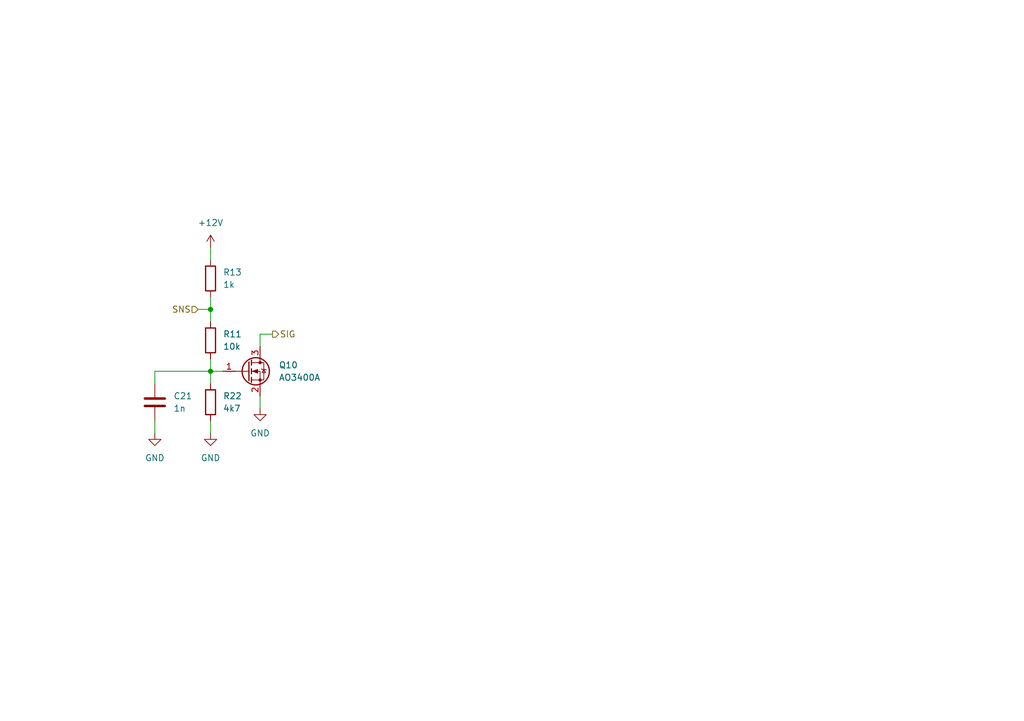
<source format=kicad_sch>
(kicad_sch (version 20231120) (generator "eeschema") (generator_version "8.0")
  (paper "A5")
  (lib_symbols
    (symbol "Device:C" (pin_numbers hide) (pin_names (offset 0.254))
      (property "Reference" "C" (at 0.635 2.54 0))
      (property "Value" "C" (at 0.635 -2.54 0))
      (symbol "C_0_1"
        (polyline (pts (xy -2.032 -0.762) (xy 2.032 -0.762)) (stroke (width 0.508)))
        (polyline (pts (xy -2.032 0.762) (xy 2.032 0.762)) (stroke (width 0.508)))
      )
      (symbol "C_1_1"
        (pin passive line (at 0 3.81 270) (length 2.794) (name "~") (number "1"))
        (pin passive line (at 0 -3.81 90) (length 2.794) (name "~") (number "2"))
      )
    )
    (symbol "Device:R" (pin_numbers hide) (pin_names (offset 0))
      (property "Reference" "R" (at 2.032 0 90))
      (property "Value" "R" (at 0 0 90))
      (symbol "R_0_1"
        (rectangle (start -1.016 -2.54) (end 1.016 2.54) (stroke (width 0.254)))
      )
      (symbol "R_1_1"
        (pin passive line (at 0 3.81 270) (length 1.27) (name "~") (number "1"))
        (pin passive line (at 0 -3.81 90) (length 1.27) (name "~") (number "2"))
      )
    )
    (symbol "Transistor_FET:AO3400A" (pin_names hide)
      (property "Reference" "Q" (at 5.08 1.905 0))
      (property "Value" "AO3400A" (at 5.08 0 0))
      (symbol "AO3400A_0_1"
        (polyline (pts (xy 0.254 0) (xy -2.54 0)))
        (polyline (pts (xy 0.254 1.905) (xy 0.254 -1.905)) (stroke (width 0.254)))
        (polyline (pts (xy 0.762 -1.27) (xy 0.762 -2.286)) (stroke (width 0.254)))
        (polyline (pts (xy 0.762 0.508) (xy 0.762 -0.508)) (stroke (width 0.254)))
        (polyline (pts (xy 0.762 2.286) (xy 0.762 1.27)) (stroke (width 0.254)))
        (polyline (pts (xy 2.54 2.54) (xy 2.54 1.778)))
        (polyline (pts (xy 2.54 -2.54) (xy 2.54 0) (xy 0.762 0)))
        (polyline (pts (xy 0.762 -1.778) (xy 3.302 -1.778) (xy 3.302 1.778) (xy 0.762 1.778)))
        (polyline (pts (xy 1.016 0) (xy 2.032 0.381) (xy 2.032 -0.381) (xy 1.016 0)) (fill (type outline)))
        (polyline (pts (xy 2.794 0.508) (xy 2.921 0.381) (xy 3.683 0.381) (xy 3.81 0.254)))
        (polyline (pts (xy 3.302 0.381) (xy 2.921 -0.254) (xy 3.683 -0.254) (xy 3.302 0.381)))
        (circle (center 1.651 0) (radius 2.794) (stroke (width 0.254)))
        (circle (center 2.54 -1.778) (radius 0.254) (fill (type outline)))
        (circle (center 2.54 1.778) (radius 0.254) (fill (type outline)))
      )
      (symbol "AO3400A_1_1"
        (pin input line (at -5.08 0 0) (length 2.54) (name "G") (number "1"))
        (pin passive line (at 2.54 -5.08 90) (length 2.54) (name "S") (number "2"))
        (pin passive line (at 2.54 5.08 270) (length 2.54) (name "D") (number "3"))
      )
    )
    (symbol "power:+12V" (power) (pin_numbers hide) (pin_names (offset 0) hide)
      (property "Value" "+12V" (at 0 3.556 0))
      (symbol "+12V_0_1"
        (polyline (pts (xy -0.762 1.27) (xy 0 2.54)))
        (polyline (pts (xy 0 0) (xy 0 2.54)))
        (polyline (pts (xy 0 2.54) (xy 0.762 1.27)))
      )
      (symbol "+12V_1_1"
        (pin power_in line (at 0 0 90) (length 0) (name "~") (number "1"))
      )
    )
    (symbol "power:GND" (power) (pin_numbers hide) (pin_names (offset 0) hide)
      (property "Value" "GND" (at 0 -3.81 0))
      (symbol "GND_0_1"
        (polyline (pts (xy 0 0) (xy 0 -1.27) (xy 1.27 -1.27) (xy 0 -2.54) (xy -1.27 -1.27) (xy 0 -1.27)))
      )
      (symbol "GND_1_1"
        (pin power_in line (at 0 0 270) (length 0) (name "~") (number "1"))
      )
    )
  )
  (junction (at 43.18 63.5))
  (junction (at 43.18 76.2))
  (wire (pts (xy 31.75 78.74) (xy 31.75 76.2)))
  (wire (pts (xy 53.34 81.28) (xy 53.34 83.82)))
  (wire (pts (xy 53.34 68.58) (xy 53.34 71.12)))
  (wire (pts (xy 43.18 66.04) (xy 43.18 63.5)))
  (wire (pts (xy 43.18 76.2) (xy 45.72 76.2)))
  (wire (pts (xy 43.18 73.66) (xy 43.18 76.2)))
  (wire (pts (xy 43.18 60.96) (xy 43.18 63.5)))
  (wire (pts (xy 43.18 76.2) (xy 43.18 78.74)))
  (wire (pts (xy 40.64 63.5) (xy 43.18 63.5)))
  (wire (pts (xy 53.34 68.58) (xy 55.88 68.58)))
  (wire (pts (xy 43.18 50.8) (xy 43.18 53.34)))
  (wire (pts (xy 43.18 86.36) (xy 43.18 88.9)))
  (wire (pts (xy 31.75 86.36) (xy 31.75 88.9)))
  (wire (pts (xy 31.75 76.2) (xy 43.18 76.2)))
  (hierarchical_label "SNS" (shape input) (at 40.64 63.5 180))
  (hierarchical_label "SIG" (shape output) (at 55.88 68.58 0))
  (symbol (lib_id "power:GND") (at 43.18 88.9 0) (unit 1)
    (property "Reference" "#PWR063" (effects (hide yes)))
    (property "Value" "GND" (at 43.18 93.98 0))
    (property "Description" "Power symbol creates a global label with name \"GND\" , ground" (effects (hide yes)))
  )
  (symbol (lib_id "power:GND") (at 31.75 88.9 0) (unit 1)
    (property "Reference" "#PWR065" (effects (hide yes)))
    (property "Value" "GND" (at 31.75 93.98 0))
    (property "Description" "Power symbol creates a global label with name \"GND\" , ground" (effects (hide yes)))
  )
  (symbol (lib_id "Device:R") (at 43.18 82.55 0) (unit 1)
    (property "Reference" "R22" (at 45.72 81.2799 0) (effects (justify left)))
    (property "Value" "4k7" (at 45.72 83.8199 0) (effects (justify left)))
    (property "Footprint" "Resistor_SMD:R_0402_1005Metric" (effects (hide yes)))
    (property "Description" "Resistor" (effects (hide yes)))
  )
  (symbol (lib_id "Transistor_FET:AO3400A") (at 50.8 76.2 0) (unit 1)
    (property "Reference" "Q10" (at 57.15 74.9299 0) (effects (justify left)))
    (property "Value" "AO3400A" (at 57.15 77.4699 0) (effects (justify left)))
    (property "Footprint" "Package_TO_SOT_SMD:SOT-23" (effects (hide yes)))
    (property "Datasheet" "http://www.aosmd.com/pdfs/datasheet/AO3400A.pdf" (effects (hide yes)))
    (property "Description" "30V Vds, 5.7A Id, N-Channel MOSFET, SOT-23" (effects (hide yes)))
  )
  (symbol (lib_id "Device:R") (at 43.18 57.15 0) (unit 1)
    (property "Reference" "R13" (at 45.72 55.8799 0) (effects (justify left)))
    (property "Value" "1k" (at 45.72 58.4199 0) (effects (justify left)))
    (property "Footprint" "Resistor_SMD:R_1206_3216Metric" (effects (hide yes)))
    (property "Description" "Resistor" (effects (hide yes)))
  )
  (symbol (lib_id "Device:R") (at 43.18 69.85 0) (unit 1)
    (property "Reference" "R11" (at 45.72 68.5799 0) (effects (justify left)))
    (property "Value" "10k" (at 45.72 71.1199 0) (effects (justify left)))
    (property "Footprint" "Resistor_SMD:R_0402_1005Metric" (effects (hide yes)))
    (property "Description" "Resistor" (effects (hide yes)))
  )
  (symbol (lib_id "power:GND") (at 53.34 83.82 0) (unit 1)
    (property "Reference" "#PWR064" (effects (hide yes)))
    (property "Value" "GND" (at 53.34 88.9 0))
    (property "Description" "Power symbol creates a global label with name \"GND\" , ground" (effects (hide yes)))
  )
  (symbol (lib_id "Device:C") (at 31.75 82.55 0) (unit 1)
    (property "Reference" "C21" (at 35.56 81.2799 0) (effects (justify left)))
    (property "Value" "1n" (at 35.56 83.8199 0) (effects (justify left)))
    (property "Footprint" "Capacitor_SMD:C_0402_1005Metric" (effects (hide yes)))
    (property "Description" "Unpolarized capacitor" (effects (hide yes)))
  )
  (symbol (lib_id "power:+12V") (at 43.18 50.8 0) (unit 1)
    (property "Reference" "#PWR077" (effects (hide yes)))
    (property "Value" "+12V" (at 43.18 45.72 0))
    (property "Description" "Power symbol creates a global label with name \"+12V\"" (effects (hide yes)))
  )
)
</source>
